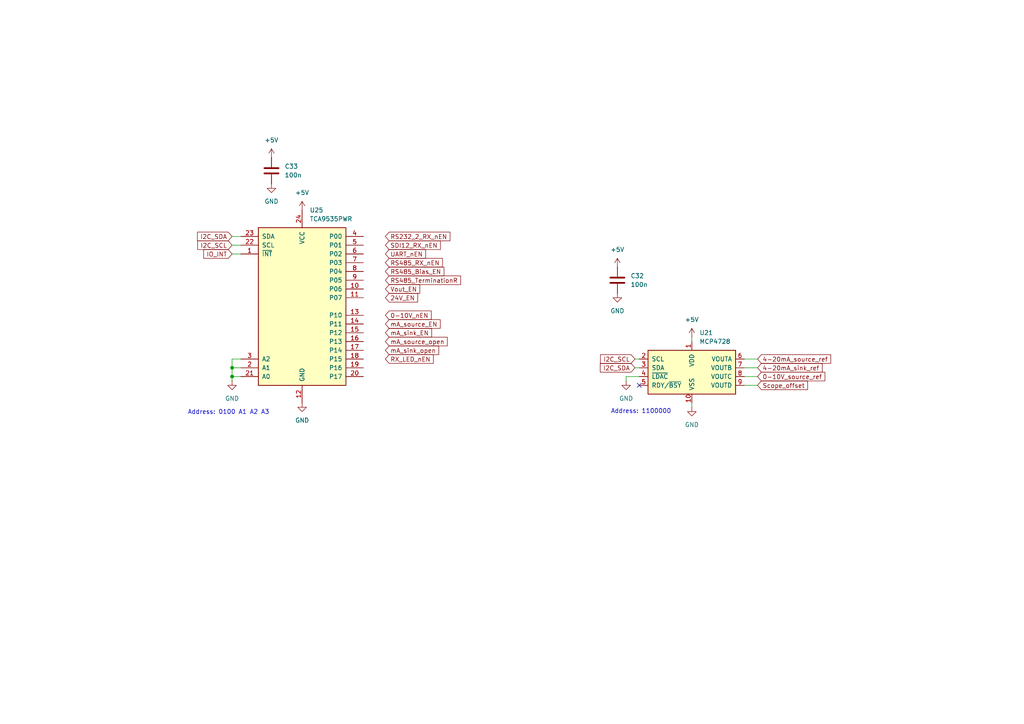
<source format=kicad_sch>
(kicad_sch (version 20231120) (generator "eeschema") (generator_version "8.0")
  (paper "A4")
  (lib_symbols
    (symbol "Analog_DAC:MCP4728" (pin_names (offset 1.016))
      (property "Reference" "U" (at -12.7 6.35 0))
      (property "Value" "MCP4728" (at 12.7 6.35 0))
      (symbol "MCP4728_0_1"
        (rectangle (start -12.7 5.08) (end 12.7 -7.62) (stroke (width 0.254)) (fill (type background)))
      )
      (symbol "MCP4728_1_1"
        (pin power_in line (at 0 7.62 270) (length 2.54) (name "VDD") (number "1"))
        (pin power_in line (at 0 -10.16 90) (length 2.54) (name "VSS") (number "10"))
        (pin input line (at -15.24 2.54 0) (length 2.54) (name "SCL") (number "2"))
        (pin bidirectional line (at -15.24 0 0) (length 2.54) (name "SDA") (number "3"))
        (pin input line (at -15.24 -2.54 0) (length 2.54) (name "~{LDAC}") (number "4"))
        (pin output line (at -15.24 -5.08 0) (length 2.54) (name "RDY/~{BSY}") (number "5"))
        (pin output line (at 15.24 2.54 180) (length 2.54) (name "VOUTA") (number "6"))
        (pin output line (at 15.24 0 180) (length 2.54) (name "VOUTB") (number "7"))
        (pin output line (at 15.24 -2.54 180) (length 2.54) (name "VOUTC") (number "8"))
        (pin output line (at 15.24 -5.08 180) (length 2.54) (name "VOUTD") (number "9"))
      )
    )
    (symbol "Device:C" (pin_numbers hide) (pin_names (offset 0.254))
      (property "Reference" "C" (at 0.635 2.54 0))
      (property "Value" "C" (at 0.635 -2.54 0))
      (symbol "C_0_1"
        (polyline (pts (xy -2.032 -0.762) (xy 2.032 -0.762)) (stroke (width 0.508)))
        (polyline (pts (xy -2.032 0.762) (xy 2.032 0.762)) (stroke (width 0.508)))
      )
      (symbol "C_1_1"
        (pin passive line (at 0 3.81 270) (length 2.794) (name "~") (number "1"))
        (pin passive line (at 0 -3.81 90) (length 2.794) (name "~") (number "2"))
      )
    )
    (symbol "Interface_Expansion:TCA9535PWR" (pin_names (offset 1.016))
      (property "Reference" "U" (at -11.43 24.13 0))
      (property "Value" "TCA9535PWR" (at 0 0 0))
      (symbol "TCA9535PWR_0_1"
        (rectangle (start -12.7 22.86) (end 12.7 -22.86) (stroke (width 0.254)) (fill (type background)))
      )
      (symbol "TCA9535PWR_1_1"
        (pin open_collector line (at -17.78 15.24 0) (length 5.08) (name "~{INT}") (number "1"))
        (pin bidirectional line (at 17.78 5.08 180) (length 5.08) (name "P06") (number "10"))
        (pin bidirectional line (at 17.78 2.54 180) (length 5.08) (name "P07") (number "11"))
        (pin power_in line (at 0 -27.94 90) (length 5.08) (name "GND") (number "12"))
        (pin bidirectional line (at 17.78 -2.54 180) (length 5.08) (name "P10") (number "13"))
        (pin bidirectional line (at 17.78 -5.08 180) (length 5.08) (name "P11") (number "14"))
        (pin bidirectional line (at 17.78 -7.62 180) (length 5.08) (name "P12") (number "15"))
        (pin bidirectional line (at 17.78 -10.16 180) (length 5.08) (name "P13") (number "16"))
        (pin bidirectional line (at 17.78 -12.7 180) (length 5.08) (name "P14") (number "17"))
        (pin bidirectional line (at 17.78 -15.24 180) (length 5.08) (name "P15") (number "18"))
        (pin bidirectional line (at 17.78 -17.78 180) (length 5.08) (name "P16") (number "19"))
        (pin input line (at -17.78 -17.78 0) (length 5.08) (name "A1") (number "2"))
        (pin bidirectional line (at 17.78 -20.32 180) (length 5.08) (name "P17") (number "20"))
        (pin input line (at -17.78 -20.32 0) (length 5.08) (name "A0") (number "21"))
        (pin input line (at -17.78 17.78 0) (length 5.08) (name "SCL") (number "22"))
        (pin bidirectional line (at -17.78 20.32 0) (length 5.08) (name "SDA") (number "23"))
        (pin power_in line (at 0 27.94 270) (length 5.08) (name "VCC") (number "24"))
        (pin input line (at -17.78 -15.24 0) (length 5.08) (name "A2") (number "3"))
        (pin bidirectional line (at 17.78 20.32 180) (length 5.08) (name "P00") (number "4"))
        (pin bidirectional line (at 17.78 17.78 180) (length 5.08) (name "P01") (number "5"))
        (pin bidirectional line (at 17.78 15.24 180) (length 5.08) (name "P02") (number "6"))
        (pin bidirectional line (at 17.78 12.7 180) (length 5.08) (name "P03") (number "7"))
        (pin bidirectional line (at 17.78 10.16 180) (length 5.08) (name "P04") (number "8"))
        (pin bidirectional line (at 17.78 7.62 180) (length 5.08) (name "P05") (number "9"))
      )
    )
    (symbol "power:+5V" (power) (pin_numbers hide) (pin_names (offset 0) hide)
      (property "Value" "+5V" (at 0 3.556 0))
      (symbol "+5V_0_1"
        (polyline (pts (xy -0.762 1.27) (xy 0 2.54)))
        (polyline (pts (xy 0 0) (xy 0 2.54)))
        (polyline (pts (xy 0 2.54) (xy 0.762 1.27)))
      )
      (symbol "+5V_1_1"
        (pin power_in line (at 0 0 90) (length 0) (name "~") (number "1"))
      )
    )
    (symbol "power:GND" (power) (pin_numbers hide) (pin_names (offset 0) hide)
      (property "Value" "GND" (at 0 -3.81 0))
      (symbol "GND_0_1"
        (polyline (pts (xy 0 0) (xy 0 -1.27) (xy 1.27 -1.27) (xy 0 -2.54) (xy -1.27 -1.27) (xy 0 -1.27)))
      )
      (symbol "GND_1_1"
        (pin power_in line (at 0 0 270) (length 0) (name "~") (number "1"))
      )
    )
  )
  (junction (at 67.31 106.68))
  (junction (at 67.31 109.22))
  (no_connect (at 185.42 111.76))
  (wire (pts (xy 215.9 106.68) (xy 219.71 106.68)))
  (wire (pts (xy 69.85 106.68) (xy 67.31 106.68)))
  (wire (pts (xy 215.9 111.76) (xy 219.71 111.76)))
  (wire (pts (xy 67.31 109.22) (xy 69.85 109.22)))
  (wire (pts (xy 185.42 109.22) (xy 181.61 109.22)))
  (wire (pts (xy 200.66 116.84) (xy 200.66 118.11)))
  (wire (pts (xy 200.66 97.79) (xy 200.66 99.06)))
  (wire (pts (xy 184.15 106.68) (xy 185.42 106.68)))
  (wire (pts (xy 67.31 68.58) (xy 69.85 68.58)))
  (wire (pts (xy 67.31 110.49) (xy 67.31 109.22)))
  (wire (pts (xy 69.85 104.14) (xy 67.31 104.14)))
  (wire (pts (xy 181.61 109.22) (xy 181.61 110.49)))
  (wire (pts (xy 215.9 109.22) (xy 219.71 109.22)))
  (wire (pts (xy 67.31 73.66) (xy 69.85 73.66)))
  (wire (pts (xy 184.15 104.14) (xy 185.42 104.14)))
  (wire (pts (xy 215.9 104.14) (xy 219.71 104.14)))
  (wire (pts (xy 67.31 106.68) (xy 67.31 109.22)))
  (wire (pts (xy 67.31 104.14) (xy 67.31 106.68)))
  (wire (pts (xy 67.31 71.12) (xy 69.85 71.12)))
  (text "Address: 0100 A1 A2 A3" (at 66.294 119.634 0) (effects (font (size 1.27 1.27))))
  (text "Address: 1100000" (at 185.928 119.38 0) (effects (font (size 1.27 1.27))))
  (global_label "I2C_SCL" (shape input) (at 184.15 104.14 180) (property "Intersheetrefs" "${INTERSHEET_REFS}" (at 173.6053 104.14 0) (effects (justify right))))
  (global_label "SDI12_RX_nEN" (shape input) (at 111.76 71.12 0) (property "Intersheetrefs" "${INTERSHEET_REFS}" (at 128.2917 71.12 0) (effects (justify left))))
  (global_label "24V_EN" (shape input) (at 111.76 86.36 0) (property "Intersheetrefs" "${INTERSHEET_REFS}" (at 121.6999 86.36 0) (effects (justify left))))
  (global_label "I2C_SDA" (shape input) (at 184.15 106.68 180) (property "Intersheetrefs" "${INTERSHEET_REFS}" (at 173.5448 106.68 0) (effects (justify right))))
  (global_label "4-20mA_sink_ref" (shape input) (at 219.71 106.68 0) (property "Intersheetrefs" "${INTERSHEET_REFS}" (at 239.0237 106.68 0) (effects (justify left))))
  (global_label "mA_sink_open" (shape input) (at 111.76 101.6 0) (property "Intersheetrefs" "${INTERSHEET_REFS}" (at 127.8079 101.6 0) (effects (justify left))))
  (global_label "UART_nEN" (shape input) (at 111.76 73.66 0) (property "Intersheetrefs" "${INTERSHEET_REFS}" (at 123.998 73.66 0) (effects (justify left))))
  (global_label "mA_source_EN" (shape input) (at 111.76 93.98 0) (property "Intersheetrefs" "${INTERSHEET_REFS}" (at 128.2313 93.98 0) (effects (justify left))))
  (global_label "4-20mA_source_ref" (shape input) (at 219.71 104.14 0) (property "Intersheetrefs" "${INTERSHEET_REFS}" (at 241.5032 104.14 0) (effects (justify left))))
  (global_label "I2C_SCL" (shape input) (at 67.31 71.12 180) (property "Intersheetrefs" "${INTERSHEET_REFS}" (at 56.7653 71.12 0) (effects (justify right))))
  (global_label "Scope_offset" (shape input) (at 219.71 111.76 0) (property "Intersheetrefs" "${INTERSHEET_REFS}" (at 234.7903 111.76 0) (effects (justify left))))
  (global_label "0-10V_source_ref" (shape input) (at 219.71 109.22 0) (property "Intersheetrefs" "${INTERSHEET_REFS}" (at 239.8099 109.22 0) (effects (justify left))))
  (global_label "0-10V_nEN" (shape input) (at 111.76 91.44 0) (property "Intersheetrefs" "${INTERSHEET_REFS}" (at 125.6308 91.44 0) (effects (justify left))))
  (global_label "mA_sink_EN" (shape input) (at 111.76 96.52 0) (property "Intersheetrefs" "${INTERSHEET_REFS}" (at 125.7518 96.52 0) (effects (justify left))))
  (global_label "RS232_2_RX_nEN" (shape input) (at 111.76 68.58 0) (property "Intersheetrefs" "${INTERSHEET_REFS}" (at 131.0735 68.58 0) (effects (justify left))))
  (global_label "RS485_Bias_EN" (shape input) (at 111.76 78.74 0) (property "Intersheetrefs" "${INTERSHEET_REFS}" (at 129.3198 78.74 0) (effects (justify left))))
  (global_label "mA_source_open" (shape input) (at 111.76 99.06 0) (property "Intersheetrefs" "${INTERSHEET_REFS}" (at 130.2874 99.06 0) (effects (justify left))))
  (global_label "I2C_SDA" (shape input) (at 67.31 68.58 180) (property "Intersheetrefs" "${INTERSHEET_REFS}" (at 56.7048 68.58 0) (effects (justify right))))
  (global_label "IO_INT" (shape input) (at 67.31 73.66 180) (property "Intersheetrefs" "${INTERSHEET_REFS}" (at 58.519 73.66 0) (effects (justify right))))
  (global_label "RS485_RX_nEN" (shape input) (at 111.76 76.2 0) (property "Intersheetrefs" "${INTERSHEET_REFS}" (at 128.8964 76.2 0) (effects (justify left))))
  (global_label "RS485_TerminationR" (shape input) (at 111.76 81.28 0) (property "Intersheetrefs" "${INTERSHEET_REFS}" (at 134.1578 81.28 0) (effects (justify left))))
  (global_label "RX_LED_nEN" (shape input) (at 111.76 104.14 0) (property "Intersheetrefs" "${INTERSHEET_REFS}" (at 126.2355 104.14 0) (effects (justify left))))
  (global_label "Vout_EN" (shape input) (at 111.76 83.82 0) (property "Intersheetrefs" "${INTERSHEET_REFS}" (at 122.3046 83.82 0) (effects (justify left))))
  (symbol (lib_id "Device:C") (at 78.74 49.53 0) (unit 1)
    (property "Reference" "C33" (at 82.55 48.2599 0) (effects (justify left)))
    (property "Value" "100n" (at 82.55 50.7999 0) (effects (justify left)))
    (property "Footprint" "Capacitor_SMD:C_0805_2012Metric" (effects (hide yes)))
    (property "Description" "Unpolarized capacitor" (effects (hide yes)))
  )
  (symbol (lib_id "Interface_Expansion:TCA9535PWR") (at 87.63 88.9 0) (unit 1)
    (property "Reference" "U25" (at 89.8241 60.96 0) (effects (justify left)))
    (property "Value" "TCA9535PWR" (at 89.8241 63.5 0) (effects (justify left)))
    (property "Footprint" "Package_SO:TSSOP-24_4.4x7.8mm_P0.65mm" (effects (hide yes)))
    (property "Datasheet" "http://www.ti.com/lit/ds/symlink/tca9535.pdf" (effects (hide yes)))
    (property "Description" "16-bit I/O expander, I2C and SMBus interface, interrupts, w/o pull-ups, TSSOP-24 package" (effects (hide yes)))
  )
  (symbol (lib_id "power:+5V") (at 78.74 45.72 0) (unit 1)
    (property "Reference" "#PWR0134" (effects (hide yes)))
    (property "Value" "+5V" (at 78.74 40.64 0))
    (property "Description" "Power symbol creates a global label with name \"+5V\"" (effects (hide yes)))
  )
  (symbol (lib_id "power:GND") (at 181.61 110.49 0) (unit 1)
    (property "Reference" "#PWR0118" (effects (hide yes)))
    (property "Value" "GND" (at 181.61 115.57 0))
    (property "Description" "Power symbol creates a global label with name \"GND\" , ground" (effects (hide yes)))
  )
  (symbol (lib_id "power:GND") (at 87.63 116.84 0) (unit 1)
    (property "Reference" "#PWR0137" (effects (hide yes)))
    (property "Value" "GND" (at 87.63 121.92 0))
    (property "Description" "Power symbol creates a global label with name \"GND\" , ground" (effects (hide yes)))
  )
  (symbol (lib_id "power:GND") (at 67.31 110.49 0) (unit 1)
    (property "Reference" "#PWR084" (effects (hide yes)))
    (property "Value" "GND" (at 67.31 115.57 0))
    (property "Description" "Power symbol creates a global label with name \"GND\" , ground" (effects (hide yes)))
  )
  (symbol (lib_id "power:GND") (at 179.07 85.09 0) (unit 1)
    (property "Reference" "#PWR0117" (effects (hide yes)))
    (property "Value" "GND" (at 179.07 90.17 0))
    (property "Description" "Power symbol creates a global label with name \"GND\" , ground" (effects (hide yes)))
  )
  (symbol (lib_id "power:+5V") (at 179.07 77.47 0) (unit 1)
    (property "Reference" "#PWR083" (effects (hide yes)))
    (property "Value" "+5V" (at 179.07 72.39 0))
    (property "Description" "Power symbol creates a global label with name \"+5V\"" (effects (hide yes)))
  )
  (symbol (lib_id "power:+5V") (at 200.66 97.79 0) (unit 1)
    (property "Reference" "#PWR0119" (effects (hide yes)))
    (property "Value" "+5V" (at 200.66 92.71 0))
    (property "Description" "Power symbol creates a global label with name \"+5V\"" (effects (hide yes)))
  )
  (symbol (lib_id "power:GND") (at 78.74 53.34 0) (unit 1)
    (property "Reference" "#PWR0135" (effects (hide yes)))
    (property "Value" "GND" (at 78.74 58.42 0))
    (property "Description" "Power symbol creates a global label with name \"GND\" , ground" (effects (hide yes)))
  )
  (symbol (lib_id "Analog_DAC:MCP4728") (at 200.66 106.68 0) (unit 1)
    (property "Reference" "U21" (at 202.8541 96.52 0) (effects (justify left)))
    (property "Value" "MCP4728" (at 202.8541 99.06 0) (effects (justify left)))
    (property "Footprint" "Package_SO:MSOP-10_3x3mm_P0.5mm" (effects (hide yes)))
    (property "Datasheet" "http://ww1.microchip.com/downloads/en/DeviceDoc/22187E.pdf" (effects (hide yes)))
    (property "Description" "12-bit digital to analog converter, quad output, 2.048V internal reference, integrated EEPROM, I2C interface" (effects (hide yes)))
  )
  (symbol (lib_id "power:GND") (at 200.66 118.11 0) (unit 1)
    (property "Reference" "#PWR0120" (effects (hide yes)))
    (property "Value" "GND" (at 200.66 123.19 0))
    (property "Description" "Power symbol creates a global label with name \"GND\" , ground" (effects (hide yes)))
  )
  (symbol (lib_id "power:+5V") (at 87.63 60.96 0) (unit 1)
    (property "Reference" "#PWR0136" (effects (hide yes)))
    (property "Value" "+5V" (at 87.63 55.88 0))
    (property "Description" "Power symbol creates a global label with name \"+5V\"" (effects (hide yes)))
  )
  (symbol (lib_id "Device:C") (at 179.07 81.28 0) (unit 1)
    (property "Reference" "C32" (at 182.88 80.0099 0) (effects (justify left)))
    (property "Value" "100n" (at 182.88 82.5499 0) (effects (justify left)))
    (property "Footprint" "Capacitor_SMD:C_0805_2012Metric" (effects (hide yes)))
    (property "Description" "Unpolarized capacitor" (effects (hide yes)))
  )
)
</source>
